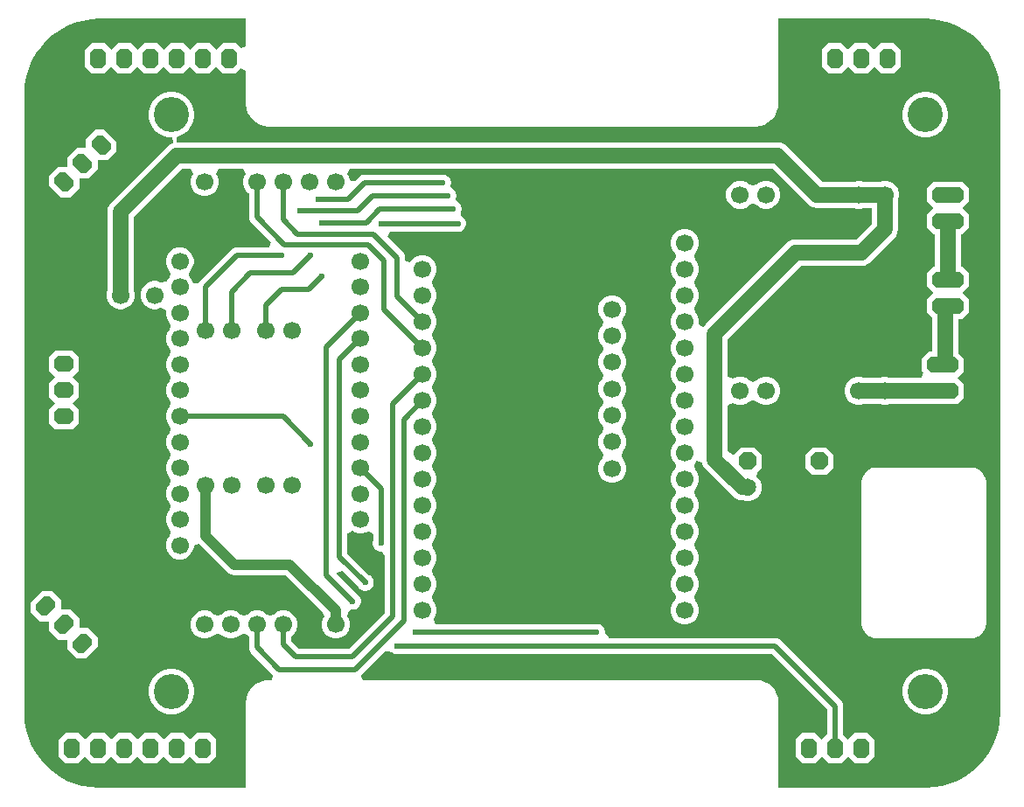
<source format=gbl>
G04*
G04 #@! TF.GenerationSoftware,Altium Limited,Altium Designer,23.8.1 (32)*
G04*
G04 Layer_Physical_Order=2*
G04 Layer_Color=16711680*
%FSLAX25Y25*%
%MOIN*%
G70*
G04*
G04 #@! TF.SameCoordinates,219BC79F-92E0-4BE4-9349-49C4CE8B2FF6*
G04*
G04*
G04 #@! TF.FilePolarity,Positive*
G04*
G01*
G75*
%ADD15C,0.02000*%
%ADD37C,0.04000*%
%ADD38C,0.06000*%
G04:AMPARAMS|DCode=39|XSize=120mil|YSize=60mil|CornerRadius=0mil|HoleSize=0mil|Usage=FLASHONLY|Rotation=180.000|XOffset=0mil|YOffset=0mil|HoleType=Round|Shape=Octagon|*
%AMOCTAGOND39*
4,1,8,-0.06000,0.01500,-0.06000,-0.01500,-0.04500,-0.03000,0.04500,-0.03000,0.06000,-0.01500,0.06000,0.01500,0.04500,0.03000,-0.04500,0.03000,-0.06000,0.01500,0.0*
%
%ADD39OCTAGOND39*%

G04:AMPARAMS|DCode=40|XSize=75mil|YSize=60mil|CornerRadius=0mil|HoleSize=0mil|Usage=FLASHONLY|Rotation=270.000|XOffset=0mil|YOffset=0mil|HoleType=Round|Shape=Octagon|*
%AMOCTAGOND40*
4,1,8,-0.01500,-0.03750,0.01500,-0.03750,0.03000,-0.02250,0.03000,0.02250,0.01500,0.03750,-0.01500,0.03750,-0.03000,0.02250,-0.03000,-0.02250,-0.01500,-0.03750,0.0*
%
%ADD40OCTAGOND40*%

%ADD41R,0.06693X0.06693*%
%ADD42C,0.06693*%
%ADD43C,0.13386*%
G04:AMPARAMS|DCode=44|XSize=75mil|YSize=60mil|CornerRadius=0mil|HoleSize=0mil|Usage=FLASHONLY|Rotation=135.000|XOffset=0mil|YOffset=0mil|HoleType=Round|Shape=Octagon|*
%AMOCTAGOND44*
4,1,8,-0.01591,0.03712,-0.03712,0.01591,-0.03712,-0.00530,-0.00530,-0.03712,0.01591,-0.03712,0.03712,-0.01591,0.03712,0.00530,0.00530,0.03712,-0.01591,0.03712,0.0*
%
%ADD44OCTAGOND44*%

G04:AMPARAMS|DCode=45|XSize=75mil|YSize=60mil|CornerRadius=0mil|HoleSize=0mil|Usage=FLASHONLY|Rotation=180.000|XOffset=0mil|YOffset=0mil|HoleType=Round|Shape=Octagon|*
%AMOCTAGOND45*
4,1,8,-0.03750,0.01500,-0.03750,-0.01500,-0.02250,-0.03000,0.02250,-0.03000,0.03750,-0.01500,0.03750,0.01500,0.02250,0.03000,-0.02250,0.03000,-0.03750,0.01500,0.0*
%
%ADD45OCTAGOND45*%

G04:AMPARAMS|DCode=46|XSize=75mil|YSize=60mil|CornerRadius=0mil|HoleSize=0mil|Usage=FLASHONLY|Rotation=225.000|XOffset=0mil|YOffset=0mil|HoleType=Round|Shape=Octagon|*
%AMOCTAGOND46*
4,1,8,-0.03712,-0.01591,-0.01591,-0.03712,0.00530,-0.03712,0.03712,-0.00530,0.03712,0.01591,0.01591,0.03712,-0.00530,0.03712,-0.03712,0.00530,-0.03712,-0.01591,0.0*
%
%ADD46OCTAGOND46*%

G04:AMPARAMS|DCode=47|XSize=65mil|YSize=65mil|CornerRadius=0mil|HoleSize=0mil|Usage=FLASHONLY|Rotation=90.000|XOffset=0mil|YOffset=0mil|HoleType=Round|Shape=Octagon|*
%AMOCTAGOND47*
4,1,8,0.01625,0.03250,-0.01625,0.03250,-0.03250,0.01625,-0.03250,-0.01625,-0.01625,-0.03250,0.01625,-0.03250,0.03250,-0.01625,0.03250,0.01625,0.01625,0.03250,0.0*
%
%ADD47OCTAGOND47*%

%ADD48C,0.06500*%
%ADD49C,0.02362*%
G36*
X656521Y432902D02*
X659670Y432367D01*
X662741Y431483D01*
X665692Y430260D01*
X668489Y428715D01*
X671095Y426866D01*
X673477Y424737D01*
X675606Y422354D01*
X677455Y419749D01*
X679000Y416952D01*
X680223Y414001D01*
X681107Y410930D01*
X681642Y407781D01*
X681815Y404701D01*
X681801Y404591D01*
Y168370D01*
X681815Y168260D01*
X681642Y165180D01*
X681107Y162030D01*
X680223Y158960D01*
X679000Y156008D01*
X677455Y153212D01*
X675606Y150606D01*
X673477Y148224D01*
X671095Y146095D01*
X668489Y144246D01*
X665692Y142701D01*
X662741Y141478D01*
X659670Y140594D01*
X656521Y140058D01*
X653441Y139885D01*
X653331Y139900D01*
X597301D01*
Y172307D01*
X597318D01*
X597150Y174011D01*
X597087Y174218D01*
X596653Y175650D01*
X595846Y177160D01*
X594759Y178484D01*
X593436Y179570D01*
X591925Y180377D01*
X590494Y180811D01*
X590287Y180874D01*
X588583Y181042D01*
Y181026D01*
X439034D01*
X438383Y182361D01*
X438305Y183026D01*
X447274Y191995D01*
X448505Y192024D01*
X449804Y191697D01*
X450047Y191455D01*
X450772Y191036D01*
X451581Y190819D01*
X452419D01*
X452998Y190974D01*
X594747D01*
X615974Y169747D01*
Y160421D01*
X613803Y158250D01*
X611303Y160750D01*
X606303D01*
X603803Y158250D01*
Y151750D01*
X606303Y149250D01*
X611303D01*
X613803Y151750D01*
X616303Y149250D01*
X621303D01*
X623803Y151750D01*
X626303Y149250D01*
X631303D01*
X633803Y151750D01*
Y158250D01*
X631303Y160750D01*
X626303D01*
X623803Y158250D01*
X622026Y160027D01*
Y171000D01*
X621923Y171783D01*
X621621Y172513D01*
X621140Y173140D01*
X598140Y196140D01*
X597513Y196621D01*
X596783Y196923D01*
X596000Y197026D01*
X532706D01*
X532488Y197142D01*
X531181Y198762D01*
Y199600D01*
X530964Y200409D01*
X530546Y201134D01*
X529953Y201727D01*
X529228Y202145D01*
X528419Y202362D01*
X527581D01*
X527002Y202207D01*
X466712D01*
X465883Y204207D01*
X465957Y204280D01*
X466660Y205499D01*
X467025Y206859D01*
Y208267D01*
X466660Y209627D01*
X465957Y210846D01*
X465510Y211292D01*
X465160Y212563D01*
X465510Y213834D01*
X465957Y214280D01*
X466660Y215499D01*
X467025Y216859D01*
Y218267D01*
X466660Y219627D01*
X465957Y220846D01*
X465510Y221292D01*
X465160Y222563D01*
X465510Y223834D01*
X465957Y224280D01*
X466660Y225499D01*
X467025Y226859D01*
Y228267D01*
X466660Y229627D01*
X465957Y230846D01*
X465510Y231292D01*
X465160Y232563D01*
X465510Y233834D01*
X465957Y234280D01*
X466660Y235499D01*
X467025Y236859D01*
Y238267D01*
X466660Y239627D01*
X465957Y240846D01*
X465510Y241292D01*
X465160Y242563D01*
X465510Y243834D01*
X465957Y244280D01*
X466660Y245499D01*
X467025Y246859D01*
Y248267D01*
X466660Y249627D01*
X465957Y250846D01*
X465510Y251292D01*
X465160Y252563D01*
X465510Y253834D01*
X465957Y254280D01*
X466660Y255499D01*
X467025Y256859D01*
Y258267D01*
X466660Y259627D01*
X465957Y260846D01*
X465510Y261292D01*
X465160Y262563D01*
X465510Y263834D01*
X465957Y264280D01*
X466660Y265499D01*
X467025Y266859D01*
Y268267D01*
X466660Y269627D01*
X465957Y270846D01*
X465510Y271292D01*
X465160Y272563D01*
X465510Y273834D01*
X465957Y274280D01*
X466660Y275499D01*
X467025Y276859D01*
Y278267D01*
X466660Y279627D01*
X465957Y280846D01*
X465510Y281292D01*
X465160Y282563D01*
X465510Y283834D01*
X465957Y284280D01*
X466660Y285499D01*
X467025Y286859D01*
Y288267D01*
X466660Y289627D01*
X465957Y290846D01*
X465510Y291292D01*
X465160Y292563D01*
X465510Y293834D01*
X465957Y294280D01*
X466660Y295499D01*
X467025Y296859D01*
Y298267D01*
X466660Y299627D01*
X465957Y300846D01*
X465510Y301292D01*
X465160Y302563D01*
X465510Y303834D01*
X465957Y304280D01*
X466660Y305499D01*
X467025Y306859D01*
Y308267D01*
X466660Y309627D01*
X465957Y310846D01*
X465510Y311292D01*
X465160Y312563D01*
X465510Y313834D01*
X465957Y314280D01*
X466660Y315499D01*
X467025Y316859D01*
Y318267D01*
X466660Y319627D01*
X465957Y320846D01*
X465510Y321292D01*
X465160Y322563D01*
X465510Y323834D01*
X465957Y324280D01*
X466660Y325499D01*
X467025Y326859D01*
Y328267D01*
X466660Y329627D01*
X465957Y330846D01*
X465510Y331292D01*
X465160Y332563D01*
X465510Y333834D01*
X465957Y334280D01*
X466660Y335499D01*
X467025Y336859D01*
Y338267D01*
X466660Y339627D01*
X465957Y340846D01*
X464961Y341841D01*
X463742Y342545D01*
X462382Y342909D01*
X460975D01*
X459615Y342545D01*
X458396Y341841D01*
X457400Y340846D01*
X457026Y340198D01*
X455026Y340734D01*
Y342000D01*
X455026Y342000D01*
X454974Y342392D01*
X454923Y342783D01*
X454621Y343513D01*
X454140Y344140D01*
X448305Y349974D01*
X449134Y351974D01*
X474102D01*
X474681Y351819D01*
X475519D01*
X476328Y352036D01*
X477053Y352454D01*
X477645Y353047D01*
X478064Y353772D01*
X478281Y354581D01*
Y355419D01*
X478064Y356228D01*
X477645Y356953D01*
X477053Y357545D01*
X476319Y358155D01*
X476264Y359272D01*
X476481Y360081D01*
Y360919D01*
X476264Y361728D01*
X475845Y362453D01*
X475253Y363046D01*
X474264Y364272D01*
X474481Y365081D01*
Y365919D01*
X474264Y366728D01*
X473845Y367453D01*
X473253Y368045D01*
X472264Y369272D01*
X472481Y370081D01*
Y370919D01*
X472264Y371728D01*
X471845Y372453D01*
X471253Y373045D01*
X470528Y373464D01*
X469719Y373681D01*
X468881D01*
X468302Y373526D01*
X439500D01*
X438717Y373423D01*
X437987Y373120D01*
X437360Y372640D01*
X437360Y372640D01*
X435839Y371118D01*
X434705Y371369D01*
X433757Y371865D01*
X433474Y372921D01*
X432876Y373957D01*
X433088Y374711D01*
X433782Y375957D01*
X594911D01*
X608434Y362434D01*
X609478Y361632D01*
X610695Y361129D01*
X612000Y360957D01*
X626164D01*
X627296Y360653D01*
X628704D01*
X629836Y360957D01*
X632799D01*
Y354931D01*
X626776Y348908D01*
X603865D01*
X602560Y348736D01*
X601343Y348232D01*
X600299Y347431D01*
X569434Y316566D01*
X568633Y315522D01*
X566903Y316405D01*
X567025Y316859D01*
Y318267D01*
X566660Y319627D01*
X565957Y320846D01*
X565510Y321292D01*
X565160Y322563D01*
X565510Y323834D01*
X565957Y324280D01*
X566660Y325499D01*
X567025Y326859D01*
Y328267D01*
X566660Y329627D01*
X565957Y330846D01*
X565510Y331292D01*
X565160Y332563D01*
X565510Y333834D01*
X565957Y334280D01*
X566660Y335499D01*
X567025Y336859D01*
Y338267D01*
X566660Y339627D01*
X565957Y340846D01*
X565510Y341292D01*
X565160Y342563D01*
X565510Y343834D01*
X565957Y344280D01*
X566660Y345499D01*
X567025Y346859D01*
Y348267D01*
X566660Y349627D01*
X565957Y350846D01*
X564961Y351841D01*
X563742Y352545D01*
X562382Y352909D01*
X560975D01*
X559615Y352545D01*
X558396Y351841D01*
X557400Y350846D01*
X556696Y349627D01*
X556332Y348267D01*
Y346859D01*
X556696Y345499D01*
X557400Y344280D01*
X557847Y343834D01*
X558197Y342563D01*
X557847Y341292D01*
X557400Y340846D01*
X556696Y339627D01*
X556332Y338267D01*
Y336859D01*
X556696Y335499D01*
X557400Y334280D01*
X557847Y333834D01*
X558197Y332563D01*
X557847Y331292D01*
X557400Y330846D01*
X556696Y329627D01*
X556332Y328267D01*
Y326859D01*
X556696Y325499D01*
X557400Y324280D01*
X557847Y323834D01*
X558197Y322563D01*
X557847Y321292D01*
X557400Y320846D01*
X556696Y319627D01*
X556332Y318267D01*
Y316859D01*
X556696Y315499D01*
X557400Y314280D01*
X557847Y313834D01*
X558197Y312563D01*
X557847Y311292D01*
X557400Y310846D01*
X556696Y309627D01*
X556332Y308267D01*
Y306859D01*
X556696Y305499D01*
X557400Y304280D01*
X557847Y303834D01*
X558197Y302563D01*
X557847Y301292D01*
X557400Y300846D01*
X556696Y299627D01*
X556332Y298267D01*
Y296859D01*
X556696Y295499D01*
X557400Y294280D01*
X557847Y293834D01*
X558197Y292563D01*
X557847Y291292D01*
X557400Y290846D01*
X556696Y289627D01*
X556332Y288267D01*
Y286859D01*
X556696Y285499D01*
X557400Y284280D01*
X557847Y283834D01*
X558197Y282563D01*
X557847Y281292D01*
X557400Y280846D01*
X556696Y279627D01*
X556332Y278267D01*
Y276859D01*
X556696Y275499D01*
X557400Y274280D01*
X557847Y273834D01*
X558197Y272563D01*
X557847Y271292D01*
X557400Y270846D01*
X556696Y269627D01*
X556332Y268267D01*
Y266859D01*
X556696Y265499D01*
X557400Y264280D01*
X557847Y263834D01*
X558197Y262563D01*
X557847Y261292D01*
X557400Y260846D01*
X556696Y259627D01*
X556332Y258267D01*
Y256859D01*
X556696Y255499D01*
X557400Y254280D01*
X557847Y253834D01*
X558197Y252563D01*
X557847Y251292D01*
X557400Y250846D01*
X556696Y249627D01*
X556332Y248267D01*
Y246859D01*
X556696Y245499D01*
X557400Y244280D01*
X557847Y243834D01*
X558197Y242563D01*
X557847Y241292D01*
X557400Y240846D01*
X556696Y239627D01*
X556332Y238267D01*
Y236859D01*
X556696Y235499D01*
X557400Y234280D01*
X557847Y233834D01*
X558197Y232563D01*
X557847Y231292D01*
X557400Y230846D01*
X556696Y229627D01*
X556332Y228267D01*
Y226859D01*
X556696Y225499D01*
X557400Y224280D01*
X557847Y223834D01*
X558197Y222563D01*
X557847Y221292D01*
X557400Y220846D01*
X556696Y219627D01*
X556332Y218267D01*
Y216859D01*
X556696Y215499D01*
X557400Y214280D01*
X557847Y213834D01*
X558197Y212563D01*
X557847Y211292D01*
X557400Y210846D01*
X556696Y209627D01*
X556332Y208267D01*
Y206859D01*
X556696Y205499D01*
X557400Y204280D01*
X558396Y203285D01*
X559615Y202581D01*
X560975Y202217D01*
X562382D01*
X563742Y202581D01*
X564961Y203285D01*
X565957Y204280D01*
X566660Y205499D01*
X567025Y206859D01*
Y208267D01*
X566660Y209627D01*
X565957Y210846D01*
X565510Y211292D01*
X565160Y212563D01*
X565510Y213834D01*
X565957Y214280D01*
X566660Y215499D01*
X567025Y216859D01*
Y218267D01*
X566660Y219627D01*
X565957Y220846D01*
X565510Y221292D01*
X565160Y222563D01*
X565510Y223834D01*
X565957Y224280D01*
X566660Y225499D01*
X567025Y226859D01*
Y228267D01*
X566660Y229627D01*
X565957Y230846D01*
X565510Y231292D01*
X565160Y232563D01*
X565510Y233834D01*
X565957Y234280D01*
X566660Y235499D01*
X567025Y236859D01*
Y238267D01*
X566660Y239627D01*
X565957Y240846D01*
X565510Y241292D01*
X565160Y242563D01*
X565510Y243834D01*
X565957Y244280D01*
X566660Y245499D01*
X567025Y246859D01*
Y248267D01*
X566660Y249627D01*
X565957Y250846D01*
X565510Y251292D01*
X565160Y252563D01*
X565510Y253834D01*
X565957Y254280D01*
X566660Y255499D01*
X567025Y256859D01*
Y258267D01*
X566660Y259627D01*
X565957Y260846D01*
X565510Y261292D01*
X565160Y262563D01*
X565510Y263834D01*
X565957Y264280D01*
X566021Y264392D01*
X568093Y263980D01*
X568129Y263708D01*
X568633Y262492D01*
X569434Y261448D01*
X579954Y250927D01*
X580999Y250126D01*
X582215Y249622D01*
X583521Y249450D01*
X583521Y249450D01*
X583742D01*
X584871Y249148D01*
X586253D01*
X587589Y249505D01*
X588786Y250197D01*
X589763Y251174D01*
X590454Y252371D01*
X590812Y253706D01*
Y255089D01*
X590454Y256424D01*
X589763Y257621D01*
X588786Y258599D01*
X589522Y260483D01*
X590812Y261773D01*
Y267023D01*
X588187Y269648D01*
X582937D01*
X580312Y267023D01*
X579947Y266872D01*
X578043Y268248D01*
Y285498D01*
X578400Y285860D01*
X580043Y286571D01*
X580661Y286215D01*
X582021Y285850D01*
X583428D01*
X584788Y286215D01*
X586007Y286919D01*
X586354Y287265D01*
X587646Y287698D01*
X588938Y287265D01*
X589284Y286919D01*
X590503Y286215D01*
X591863Y285850D01*
X593271D01*
X594631Y286215D01*
X595850Y286919D01*
X596845Y287914D01*
X597549Y289133D01*
X597913Y290493D01*
Y291901D01*
X597549Y293261D01*
X596845Y294480D01*
X595850Y295475D01*
X594631Y296179D01*
X593271Y296543D01*
X591863D01*
X590503Y296179D01*
X589284Y295475D01*
X588938Y295128D01*
X587646Y294695D01*
X586354Y295128D01*
X586007Y295475D01*
X584788Y296179D01*
X583428Y296543D01*
X582021D01*
X580661Y296179D01*
X580043Y295822D01*
X578400Y296533D01*
X578043Y296896D01*
Y310911D01*
X605954Y338822D01*
X628865D01*
X630170Y338994D01*
X631386Y339497D01*
X632431Y340299D01*
X641409Y349276D01*
X642210Y350321D01*
X642714Y351537D01*
X642886Y352842D01*
Y364164D01*
X643189Y365296D01*
Y366704D01*
X642825Y368064D01*
X642121Y369283D01*
X641125Y370278D01*
X639906Y370982D01*
X638546Y371346D01*
X637139D01*
X636007Y371043D01*
X629836D01*
X628704Y371346D01*
X627296D01*
X626164Y371043D01*
X614089D01*
X600566Y384566D01*
X599522Y385367D01*
X598305Y385871D01*
X597000Y386043D01*
X368632D01*
X368000Y386043D01*
X367776Y388016D01*
X368465Y388153D01*
X370047Y388808D01*
X371470Y389760D01*
X372681Y390970D01*
X373633Y392394D01*
X374288Y393976D01*
X374622Y395656D01*
Y397368D01*
X374288Y399047D01*
X373633Y400629D01*
X372681Y402053D01*
X371470Y403264D01*
X370047Y404215D01*
X368465Y404871D01*
X366785Y405205D01*
X365073D01*
X363393Y404871D01*
X361811Y404215D01*
X360388Y403264D01*
X359177Y402053D01*
X358226Y400629D01*
X357570Y399047D01*
X357236Y397368D01*
Y395656D01*
X357570Y393976D01*
X358226Y392394D01*
X359177Y390970D01*
X360388Y389760D01*
X361811Y388808D01*
X363393Y388153D01*
X365073Y387819D01*
X366372Y387819D01*
X366695Y385871D01*
X366116Y385631D01*
X365478Y385367D01*
X364434Y384566D01*
X342914Y363046D01*
X342113Y362002D01*
X341609Y360786D01*
X341437Y359480D01*
Y329542D01*
X341134Y328411D01*
Y327003D01*
X341498Y325643D01*
X342202Y324424D01*
X343197Y323429D01*
X344417Y322725D01*
X345776Y322360D01*
X347184D01*
X348544Y322725D01*
X349763Y323429D01*
X350759Y324424D01*
X351462Y325643D01*
X351827Y327003D01*
Y328411D01*
X351523Y329542D01*
Y357391D01*
X370089Y375957D01*
X373202D01*
X373896Y374711D01*
X374108Y373957D01*
X373510Y372921D01*
X373146Y371562D01*
Y370154D01*
X373510Y368794D01*
X374214Y367575D01*
X375209Y366579D01*
X376429Y365876D01*
X377788Y365511D01*
X379196D01*
X380556Y365876D01*
X381775Y366579D01*
X382770Y367575D01*
X383474Y368794D01*
X383839Y370154D01*
Y371562D01*
X383474Y372921D01*
X382876Y373957D01*
X383088Y374711D01*
X383782Y375957D01*
X393202D01*
X393896Y374711D01*
X394108Y373957D01*
X393510Y372921D01*
X393146Y371562D01*
Y370154D01*
X393510Y368794D01*
X394214Y367575D01*
X395209Y366579D01*
X395466Y366431D01*
Y357508D01*
X395569Y356725D01*
X395872Y355995D01*
X396353Y355368D01*
X403895Y347826D01*
X403129Y345978D01*
X390952D01*
X390169Y345875D01*
X389439Y345573D01*
X388813Y345092D01*
X376860Y333140D01*
X376379Y332513D01*
X376296Y332311D01*
X374229Y332294D01*
X374084Y332835D01*
X373381Y334054D01*
X373034Y334401D01*
X372601Y335693D01*
X373034Y336985D01*
X373381Y337331D01*
X374084Y338550D01*
X374449Y339910D01*
Y341318D01*
X374084Y342678D01*
X373381Y343897D01*
X372385Y344892D01*
X371166Y345596D01*
X369806Y345961D01*
X368398D01*
X367039Y345596D01*
X365820Y344892D01*
X364824Y343897D01*
X364120Y342678D01*
X363756Y341318D01*
Y339910D01*
X364120Y338550D01*
X364824Y337331D01*
X365171Y336985D01*
X365604Y335693D01*
X365171Y334401D01*
X364824Y334054D01*
X364345Y333224D01*
X363766Y332773D01*
X361947Y332452D01*
X361536Y332689D01*
X360176Y333053D01*
X358769D01*
X357409Y332689D01*
X356190Y331985D01*
X355194Y330990D01*
X354490Y329770D01*
X354126Y328411D01*
Y327003D01*
X354490Y325643D01*
X355194Y324424D01*
X356190Y323429D01*
X357409Y322725D01*
X358769Y322360D01*
X360176D01*
X361536Y322725D01*
X362059Y323026D01*
X363782Y321732D01*
X363756Y321633D01*
Y320225D01*
X364120Y318865D01*
X364824Y317646D01*
X365171Y317300D01*
X365604Y316008D01*
X365171Y314716D01*
X364824Y314369D01*
X364120Y313150D01*
X363756Y311790D01*
Y310383D01*
X364120Y309023D01*
X364824Y307804D01*
X365171Y307457D01*
X365604Y306165D01*
X365171Y304874D01*
X364824Y304527D01*
X364120Y303308D01*
X363756Y301948D01*
Y300540D01*
X364120Y299181D01*
X364824Y297961D01*
X365171Y297615D01*
X365604Y296323D01*
X365171Y295031D01*
X364824Y294684D01*
X364120Y293465D01*
X363756Y292106D01*
Y290698D01*
X364120Y289338D01*
X364824Y288119D01*
X365171Y287772D01*
X365604Y286480D01*
X365171Y285189D01*
X364824Y284842D01*
X364120Y283623D01*
X363756Y282263D01*
Y280855D01*
X364120Y279495D01*
X364824Y278276D01*
X365171Y277930D01*
X365604Y276638D01*
X365171Y275346D01*
X364824Y274999D01*
X364120Y273780D01*
X363756Y272420D01*
Y271013D01*
X364120Y269653D01*
X364824Y268434D01*
X365171Y268087D01*
X365604Y266795D01*
X365171Y265504D01*
X364824Y265157D01*
X364120Y263938D01*
X363756Y262578D01*
Y261170D01*
X364120Y259810D01*
X364824Y258591D01*
X365171Y258245D01*
X365604Y256953D01*
X365171Y255661D01*
X364824Y255314D01*
X364120Y254095D01*
X363756Y252735D01*
Y251328D01*
X364120Y249968D01*
X364824Y248749D01*
X365171Y248402D01*
X365604Y247110D01*
X365171Y245818D01*
X364824Y245472D01*
X364120Y244253D01*
X363756Y242893D01*
Y241485D01*
X364120Y240125D01*
X364824Y238906D01*
X365171Y238560D01*
X365604Y237268D01*
X365171Y235976D01*
X364824Y235629D01*
X364120Y234410D01*
X363756Y233050D01*
Y231643D01*
X364120Y230283D01*
X364824Y229064D01*
X365820Y228068D01*
X367039Y227364D01*
X368398Y227000D01*
X369806D01*
X371166Y227364D01*
X372385Y228068D01*
X373381Y229064D01*
X374084Y230283D01*
X374449Y231643D01*
Y232075D01*
X375271Y232594D01*
X376449Y232845D01*
X387147Y222147D01*
X387983Y221506D01*
X388956Y221103D01*
X390000Y220966D01*
X390000Y220966D01*
X409329D01*
X423190Y207104D01*
X424214Y205386D01*
X423510Y204167D01*
X423146Y202807D01*
Y201399D01*
X423510Y200039D01*
X424214Y198820D01*
X425209Y197825D01*
X426429Y197121D01*
X427788Y196756D01*
X429196D01*
X430556Y197121D01*
X431775Y197825D01*
X432770Y198820D01*
X433474Y200039D01*
X433839Y201399D01*
Y202807D01*
X433474Y204167D01*
X432770Y205386D01*
X433431Y207255D01*
X434263Y207801D01*
X434500Y207841D01*
X434581Y207819D01*
X435419D01*
X436228Y208036D01*
X436953Y208454D01*
X437545Y209047D01*
X437964Y209772D01*
X438181Y210581D01*
Y211419D01*
X437964Y212228D01*
X437545Y212953D01*
X436953Y213545D01*
X436434Y213845D01*
X428971Y221308D01*
X429073Y221820D01*
X431243Y222478D01*
X436974Y216747D01*
X437273Y216228D01*
X437866Y215636D01*
X438591Y215217D01*
X439400Y215000D01*
X440238D01*
X441047Y215217D01*
X441772Y215636D01*
X442364Y216228D01*
X442783Y216953D01*
X443000Y217762D01*
Y218600D01*
X442783Y219409D01*
X442364Y220134D01*
X441772Y220727D01*
X441253Y221026D01*
X433026Y229253D01*
Y236774D01*
X433911Y237369D01*
X435026Y237733D01*
X435936Y237207D01*
X437296Y236843D01*
X438704D01*
X440064Y237207D01*
X440874Y237675D01*
X442209Y237191D01*
X442874Y236674D01*
Y234198D01*
X442719Y233619D01*
Y232781D01*
X442936Y231972D01*
X443355Y231247D01*
X443947Y230655D01*
X444672Y230236D01*
X445481Y230019D01*
X446319D01*
X447174Y228177D01*
Y206453D01*
X433503Y192782D01*
X414497D01*
X411518Y195761D01*
Y197676D01*
X411775Y197825D01*
X412770Y198820D01*
X413474Y200039D01*
X413839Y201399D01*
Y202807D01*
X413474Y204167D01*
X412770Y205386D01*
X411775Y206381D01*
X410556Y207085D01*
X409196Y207449D01*
X407788D01*
X406428Y207085D01*
X405209Y206381D01*
X404763Y205935D01*
X403492Y205585D01*
X402221Y205935D01*
X401775Y206381D01*
X400556Y207085D01*
X399196Y207449D01*
X397788D01*
X396428Y207085D01*
X395209Y206381D01*
X394763Y205935D01*
X393492Y205585D01*
X392221Y205935D01*
X391775Y206381D01*
X390556Y207085D01*
X389196Y207449D01*
X387788D01*
X386428Y207085D01*
X385209Y206381D01*
X384763Y205935D01*
X383492Y205585D01*
X382221Y205935D01*
X381775Y206381D01*
X380556Y207085D01*
X379196Y207449D01*
X377788D01*
X376429Y207085D01*
X375209Y206381D01*
X374214Y205386D01*
X373510Y204167D01*
X373146Y202807D01*
Y201399D01*
X373510Y200039D01*
X374214Y198820D01*
X375209Y197825D01*
X376429Y197121D01*
X377788Y196756D01*
X379196D01*
X380556Y197121D01*
X381775Y197825D01*
X382221Y198271D01*
X383492Y198621D01*
X384763Y198271D01*
X385209Y197825D01*
X386428Y197121D01*
X387788Y196756D01*
X389196D01*
X390556Y197121D01*
X391775Y197825D01*
X392221Y198271D01*
X393492Y198621D01*
X394763Y198271D01*
X395209Y197825D01*
X395466Y197676D01*
Y193508D01*
X395569Y192725D01*
X395872Y191995D01*
X396353Y191368D01*
X404695Y183026D01*
X404608Y182281D01*
X404207Y181362D01*
X403966Y181026D01*
X403459D01*
X403268Y181045D01*
X401534Y180874D01*
X399867Y180368D01*
X398330Y179547D01*
X396984Y178442D01*
X395878Y177095D01*
X395057Y175558D01*
X394672Y174290D01*
X394551Y173891D01*
X394403Y172385D01*
X394399Y172307D01*
Y139900D01*
X338370D01*
X338260Y139885D01*
X335180Y140058D01*
X332030Y140594D01*
X328960Y141478D01*
X326008Y142701D01*
X323212Y144246D01*
X320606Y146095D01*
X318224Y148224D01*
X316095Y150606D01*
X314246Y153212D01*
X312701Y156008D01*
X311478Y158960D01*
X310594Y162030D01*
X310058Y165180D01*
X309885Y168260D01*
X309900Y168370D01*
Y404591D01*
X309885Y404701D01*
X310058Y407781D01*
X310594Y410930D01*
X311478Y414001D01*
X312701Y416952D01*
X314246Y419749D01*
X316095Y422354D01*
X318224Y424737D01*
X320606Y426866D01*
X323212Y428715D01*
X326008Y430260D01*
X328960Y431483D01*
X332030Y432367D01*
X335180Y432902D01*
X338260Y433075D01*
X338370Y433061D01*
X394399D01*
Y422679D01*
X392399Y421851D01*
X390500Y423750D01*
X385500D01*
X383000Y421250D01*
X380500Y423750D01*
X375500D01*
X373000Y421250D01*
X370500Y423750D01*
X365500D01*
X363000Y421250D01*
X360500Y423750D01*
X355500D01*
X353000Y421250D01*
X350500Y423750D01*
X345500D01*
X343000Y421250D01*
X340500Y423750D01*
X335500D01*
X333000Y421250D01*
Y414750D01*
X335500Y412250D01*
X340500D01*
X343000Y414750D01*
X345500Y412250D01*
X350500D01*
X353000Y414750D01*
X355500Y412250D01*
X360500D01*
X363000Y414750D01*
X365500Y412250D01*
X370500D01*
X373000Y414750D01*
X375500Y412250D01*
X380500D01*
X383000Y414750D01*
X385500Y412250D01*
X390500D01*
X392399Y414149D01*
X394399Y413321D01*
Y400654D01*
X394383D01*
X394550Y398957D01*
X394615Y398743D01*
X395045Y397326D01*
X395849Y395823D01*
X396930Y394505D01*
X398248Y393424D01*
X399751Y392620D01*
X401168Y392190D01*
X401382Y392125D01*
X403079Y391958D01*
Y391974D01*
X588283D01*
X588473Y391955D01*
X590199Y392126D01*
X591858Y392629D01*
X593388Y393447D01*
X594729Y394547D01*
X595829Y395888D01*
X596647Y397417D01*
X597027Y398671D01*
X597150Y399077D01*
X597298Y400576D01*
X597301Y400654D01*
Y433061D01*
X653331D01*
X653441Y433075D01*
X656521Y432902D01*
D02*
G37*
%LPC*%
G36*
X641303Y423750D02*
X636303D01*
X633803Y421250D01*
X631303Y423750D01*
X626303D01*
X623803Y421250D01*
X621303Y423750D01*
X616303D01*
X613803Y421250D01*
Y414750D01*
X616303Y412250D01*
X621303D01*
X623803Y414750D01*
X626303Y412250D01*
X631303D01*
X633803Y414750D01*
X636303Y412250D01*
X641303D01*
X643803Y414750D01*
Y421250D01*
X641303Y423750D01*
D02*
G37*
G36*
X654187Y405205D02*
X652474D01*
X650795Y404871D01*
X649213Y404215D01*
X647789Y403264D01*
X646579Y402053D01*
X645627Y400629D01*
X644972Y399047D01*
X644638Y397368D01*
Y395656D01*
X644972Y393976D01*
X645627Y392394D01*
X646579Y390970D01*
X647789Y389760D01*
X649213Y388808D01*
X650795Y388153D01*
X652474Y387819D01*
X654187D01*
X655866Y388153D01*
X657448Y388808D01*
X658872Y389760D01*
X660083Y390970D01*
X661034Y392394D01*
X661690Y393976D01*
X662024Y395656D01*
Y397368D01*
X661690Y399047D01*
X661034Y400629D01*
X660083Y402053D01*
X658872Y403264D01*
X657448Y404215D01*
X655866Y404871D01*
X654187Y405205D01*
D02*
G37*
G36*
X593271Y371346D02*
X591863D01*
X590503Y370982D01*
X589284Y370278D01*
X588938Y369932D01*
X587646Y369498D01*
X586354Y369932D01*
X586007Y370278D01*
X584788Y370982D01*
X583428Y371346D01*
X582021D01*
X580661Y370982D01*
X579442Y370278D01*
X578446Y369283D01*
X577742Y368064D01*
X577378Y366704D01*
Y365296D01*
X577742Y363936D01*
X578446Y362717D01*
X579442Y361722D01*
X580661Y361018D01*
X582021Y360653D01*
X583428D01*
X584788Y361018D01*
X586007Y361722D01*
X586354Y362068D01*
X587646Y362502D01*
X588938Y362068D01*
X589284Y361722D01*
X590503Y361018D01*
X591863Y360653D01*
X593271D01*
X594631Y361018D01*
X595850Y361722D01*
X596845Y362717D01*
X597549Y363936D01*
X597913Y365296D01*
Y366704D01*
X597549Y368064D01*
X596845Y369283D01*
X595850Y370278D01*
X594631Y370982D01*
X593271Y371346D01*
D02*
G37*
G36*
X340380Y390833D02*
X336844D01*
X333309Y387298D01*
Y383762D01*
X329773D01*
X326237Y380227D01*
Y376691D01*
X322702D01*
X319166Y373156D01*
Y369620D01*
X323763Y365024D01*
X327298D01*
X330834Y368560D01*
Y372095D01*
X334369D01*
X337905Y375631D01*
Y379166D01*
X341440D01*
X344976Y382702D01*
Y386237D01*
X340380Y390833D01*
D02*
G37*
G36*
X667500Y371000D02*
X656500D01*
X654000Y368500D01*
Y363500D01*
X656500Y361000D01*
X654000Y358500D01*
Y353500D01*
X656500Y351000D01*
X656957D01*
Y338598D01*
X656500D01*
X654000Y336098D01*
Y331098D01*
X656500Y328598D01*
X654000Y326098D01*
Y321098D01*
X655957Y319142D01*
Y306197D01*
X654500D01*
X652000Y303697D01*
Y298697D01*
X652609Y298088D01*
X651844Y296240D01*
X639678D01*
X638546Y296543D01*
X637139D01*
X636007Y296240D01*
X629836D01*
X628704Y296543D01*
X627296D01*
X625936Y296179D01*
X624717Y295475D01*
X623722Y294480D01*
X623018Y293261D01*
X622653Y291901D01*
Y290493D01*
X623018Y289133D01*
X623722Y287914D01*
X624717Y286919D01*
X625936Y286215D01*
X627296Y285850D01*
X628704D01*
X629836Y286154D01*
X636007D01*
X637139Y285850D01*
X638546D01*
X639678Y286154D01*
X660000D01*
X660328Y286197D01*
X665500D01*
X668000Y288697D01*
Y293697D01*
X665500Y296197D01*
X668000Y298697D01*
Y303697D01*
X666043Y305654D01*
Y318598D01*
X667500D01*
X670000Y321098D01*
Y326098D01*
X667500Y328598D01*
X670000Y331098D01*
Y336098D01*
X667500Y338598D01*
X667043D01*
Y351000D01*
X667500D01*
X670000Y353500D01*
Y358500D01*
X667500Y361000D01*
X670000Y363500D01*
Y368500D01*
X667500Y371000D01*
D02*
G37*
G36*
X328250Y306480D02*
X321750D01*
X319250Y303980D01*
Y298980D01*
X321750Y296480D01*
X319250Y293980D01*
Y288980D01*
X321750Y286480D01*
X319250Y283980D01*
Y278980D01*
X321750Y276480D01*
X328250D01*
X330750Y278980D01*
Y283980D01*
X328250Y286480D01*
X330750Y288980D01*
Y293980D01*
X328250Y296480D01*
X330750Y298980D01*
Y303980D01*
X328250Y306480D01*
D02*
G37*
G36*
X615625Y269648D02*
X610375D01*
X607750Y267023D01*
Y261773D01*
X610375Y259148D01*
X615625D01*
X618250Y261773D01*
Y267023D01*
X615625Y269648D01*
D02*
G37*
G36*
X534704Y327718D02*
X533296D01*
X531936Y327353D01*
X530717Y326649D01*
X529722Y325654D01*
X529018Y324435D01*
X528653Y323075D01*
Y321667D01*
X529018Y320307D01*
X529722Y319088D01*
X530247Y318564D01*
X530536Y317309D01*
X530247Y316055D01*
X529722Y315530D01*
X529018Y314311D01*
X528653Y312951D01*
Y311544D01*
X529018Y310184D01*
X529722Y308965D01*
X530247Y308440D01*
X530536Y307186D01*
X530247Y305931D01*
X529722Y305406D01*
X529018Y304187D01*
X528653Y302828D01*
Y301420D01*
X529018Y300060D01*
X529722Y298841D01*
X530247Y298316D01*
X530536Y297062D01*
X530247Y295808D01*
X529722Y295283D01*
X529018Y294064D01*
X528653Y292704D01*
Y291296D01*
X529018Y289936D01*
X529722Y288717D01*
X530247Y288192D01*
X530536Y286938D01*
X530247Y285684D01*
X529722Y285159D01*
X529018Y283940D01*
X528653Y282580D01*
Y281172D01*
X529018Y279813D01*
X529722Y278593D01*
X530247Y278068D01*
X530536Y276814D01*
X530247Y275560D01*
X529722Y275035D01*
X529018Y273816D01*
X528653Y272456D01*
Y271049D01*
X529018Y269689D01*
X529722Y268470D01*
X530247Y267945D01*
X530536Y266691D01*
X530247Y265437D01*
X529722Y264912D01*
X529018Y263692D01*
X528653Y262333D01*
Y260925D01*
X529018Y259565D01*
X529722Y258346D01*
X530717Y257351D01*
X531936Y256647D01*
X533296Y256282D01*
X534704D01*
X536064Y256647D01*
X537283Y257351D01*
X538278Y258346D01*
X538982Y259565D01*
X539347Y260925D01*
Y262333D01*
X538982Y263692D01*
X538278Y264912D01*
X537753Y265437D01*
X537464Y266691D01*
X537753Y267945D01*
X538278Y268470D01*
X538982Y269689D01*
X539347Y271049D01*
Y272456D01*
X538982Y273816D01*
X538278Y275035D01*
X537753Y275560D01*
X537464Y276814D01*
X537753Y278068D01*
X538278Y278593D01*
X538982Y279813D01*
X539347Y281172D01*
Y282580D01*
X538982Y283940D01*
X538278Y285159D01*
X537753Y285684D01*
X537464Y286938D01*
X537753Y288192D01*
X538278Y288717D01*
X538982Y289936D01*
X539347Y291296D01*
Y292704D01*
X538982Y294064D01*
X538278Y295283D01*
X537753Y295808D01*
X537464Y297062D01*
X537753Y298316D01*
X538278Y298841D01*
X538982Y300060D01*
X539347Y301420D01*
Y302828D01*
X538982Y304187D01*
X538278Y305406D01*
X537753Y305931D01*
X537464Y307186D01*
X537753Y308440D01*
X538278Y308965D01*
X538982Y310184D01*
X539347Y311544D01*
Y312951D01*
X538982Y314311D01*
X538278Y315530D01*
X537753Y316055D01*
X537464Y317309D01*
X537753Y318564D01*
X538278Y319088D01*
X538982Y320307D01*
X539347Y321667D01*
Y323075D01*
X538982Y324435D01*
X538278Y325654D01*
X537283Y326649D01*
X536064Y327353D01*
X534704Y327718D01*
D02*
G37*
G36*
X670827Y262039D02*
X634606D01*
X634409Y262000D01*
X634208D01*
X633435Y261846D01*
X633250Y261769D01*
X633053Y261730D01*
X632325Y261429D01*
X632158Y261317D01*
X631972Y261240D01*
X631317Y260803D01*
X631175Y260661D01*
X631008Y260549D01*
X630451Y259992D01*
X630339Y259825D01*
X630197Y259683D01*
X629760Y259028D01*
X629683Y258842D01*
X629571Y258675D01*
X629270Y257947D01*
X629231Y257750D01*
X629154Y257565D01*
X629000Y256792D01*
Y256591D01*
X628961Y256394D01*
Y256000D01*
Y202850D01*
Y202456D01*
X629000Y202259D01*
Y202059D01*
X629154Y201286D01*
X629231Y201100D01*
X629270Y200903D01*
X629571Y200175D01*
X629683Y200008D01*
X629760Y199823D01*
X630197Y199168D01*
X630339Y199026D01*
X630451Y198859D01*
X631008Y198301D01*
X631175Y198190D01*
X631317Y198048D01*
X631972Y197610D01*
X632158Y197533D01*
X632325Y197422D01*
X633053Y197120D01*
X633250Y197081D01*
X633435Y197004D01*
X634208Y196850D01*
X634409D01*
X634606Y196811D01*
X670827D01*
X671024Y196850D01*
X671225D01*
X671998Y197004D01*
X672183Y197081D01*
X672380Y197120D01*
X673108Y197422D01*
X673275Y197533D01*
X673461Y197610D01*
X674116Y198048D01*
X674258Y198190D01*
X674425Y198301D01*
X674982Y198859D01*
X675094Y199026D01*
X675236Y199168D01*
X675673Y199823D01*
X675750Y200008D01*
X675862Y200175D01*
X676163Y200903D01*
X676202Y201100D01*
X676279Y201286D01*
X676433Y202059D01*
Y202259D01*
X676472Y202456D01*
Y202850D01*
Y256000D01*
Y256394D01*
X676433Y256591D01*
Y256792D01*
X676279Y257565D01*
X676202Y257750D01*
X676163Y257947D01*
X675862Y258675D01*
X675750Y258842D01*
X675673Y259028D01*
X675236Y259683D01*
X675094Y259825D01*
X674982Y259992D01*
X674425Y260549D01*
X674258Y260661D01*
X674116Y260803D01*
X673461Y261240D01*
X673275Y261317D01*
X673108Y261429D01*
X672380Y261730D01*
X672183Y261769D01*
X671998Y261846D01*
X671225Y262000D01*
X671024D01*
X670827Y262039D01*
D02*
G37*
G36*
X320227Y215008D02*
X316691D01*
X312095Y210412D01*
Y206876D01*
X315631Y203340D01*
X319166D01*
Y199805D01*
X322702Y196269D01*
X326237D01*
Y192734D01*
X329773Y189198D01*
X333309D01*
X337905Y193795D01*
Y197330D01*
X334369Y200866D01*
X330834D01*
Y204401D01*
X327298Y207937D01*
X323763D01*
Y211472D01*
X320227Y215008D01*
D02*
G37*
G36*
X654187Y185291D02*
X652474D01*
X650795Y184957D01*
X649213Y184302D01*
X647789Y183351D01*
X646579Y182140D01*
X645627Y180716D01*
X644972Y179134D01*
X644638Y177455D01*
Y175742D01*
X644972Y174063D01*
X645627Y172481D01*
X646579Y171057D01*
X647789Y169846D01*
X649213Y168895D01*
X650795Y168240D01*
X652474Y167905D01*
X654187D01*
X655866Y168240D01*
X657448Y168895D01*
X658872Y169846D01*
X660083Y171057D01*
X661034Y172481D01*
X661690Y174063D01*
X662024Y175742D01*
Y177455D01*
X661690Y179134D01*
X661034Y180716D01*
X660083Y182140D01*
X658872Y183351D01*
X657448Y184302D01*
X655866Y184957D01*
X654187Y185291D01*
D02*
G37*
G36*
X366785D02*
X365073D01*
X363393Y184957D01*
X361811Y184302D01*
X360388Y183351D01*
X359177Y182140D01*
X358226Y180716D01*
X357570Y179134D01*
X357236Y177455D01*
Y175742D01*
X357570Y174063D01*
X358226Y172481D01*
X359177Y171057D01*
X360388Y169846D01*
X361811Y168895D01*
X363393Y168240D01*
X365073Y167905D01*
X366785D01*
X368465Y168240D01*
X370047Y168895D01*
X371470Y169846D01*
X372681Y171057D01*
X373633Y172481D01*
X374288Y174063D01*
X374622Y175742D01*
Y177455D01*
X374288Y179134D01*
X373633Y180716D01*
X372681Y182140D01*
X371470Y183351D01*
X370047Y184302D01*
X368465Y184957D01*
X366785Y185291D01*
D02*
G37*
G36*
X380500Y160750D02*
X375500D01*
X373000Y158250D01*
X370500Y160750D01*
X365500D01*
X363000Y158250D01*
X360500Y160750D01*
X355500D01*
X353000Y158250D01*
X350500Y160750D01*
X345500D01*
X343000Y158250D01*
X340500Y160750D01*
X335500D01*
X333000Y158250D01*
X330500Y160750D01*
X325500D01*
X323000Y158250D01*
Y151750D01*
X325500Y149250D01*
X330500D01*
X333000Y151750D01*
X335500Y149250D01*
X340500D01*
X343000Y151750D01*
X345500Y149250D01*
X350500D01*
X353000Y151750D01*
X355500Y149250D01*
X360500D01*
X363000Y151750D01*
X365500Y149250D01*
X370500D01*
X373000Y151750D01*
X375500Y149250D01*
X380500D01*
X383000Y151750D01*
Y158250D01*
X380500Y160750D01*
D02*
G37*
%LPD*%
D15*
X433181Y364181D02*
X439500Y370500D01*
X469300D01*
X442500Y365500D02*
X471300D01*
X437000Y360000D02*
X442500Y365500D01*
X445406Y360500D02*
X473300D01*
X440217Y355311D02*
X445406Y360500D01*
X446000Y355000D02*
X475100D01*
X445900Y233200D02*
Y253974D01*
X438000Y261874D02*
X445900Y253974D01*
X450200Y205200D02*
Y286085D01*
X434757Y189757D02*
X450200Y205200D01*
Y286085D02*
X461678Y297563D01*
X454500Y203500D02*
Y280385D01*
X461678Y287563D01*
X436000Y185000D02*
X454500Y203500D01*
X390952Y342952D02*
X407952D01*
X398492Y357508D02*
X409000Y347000D01*
X414000Y351000D02*
X443000D01*
X409000Y347000D02*
X441000D01*
X398492Y357508D02*
Y370858D01*
X408492Y356508D02*
Y370858D01*
Y356508D02*
X414000Y351000D01*
X408492Y194508D02*
Y202103D01*
Y194508D02*
X413243Y189757D01*
X434757D01*
X407000Y185000D02*
X436000D01*
X398492Y193508D02*
X407000Y185000D01*
X430000Y228000D02*
X439819Y218181D01*
X398492Y193508D02*
Y202103D01*
X452098Y194000D02*
X596000D01*
X430000Y228000D02*
Y303087D01*
X438000Y311087D01*
X425000Y221000D02*
Y307929D01*
X423311Y355311D02*
X440217D01*
X401992Y323992D02*
X407781Y329781D01*
X418092D01*
X401992Y314124D02*
Y323992D01*
X396066Y336066D02*
X412247D01*
X389000Y329000D02*
X396066Y336066D01*
X389000Y314124D02*
Y329000D01*
X379000Y314124D02*
Y331000D01*
X390952Y342952D01*
X418092Y329781D02*
X423311Y335000D01*
X412247Y336066D02*
X418949Y342768D01*
Y342817D01*
X411992Y314124D02*
X412124D01*
X441000Y347000D02*
X447000Y341000D01*
X414819Y360000D02*
X437000D01*
X422000Y364181D02*
X433181D01*
X443000Y351000D02*
X452000Y342000D01*
Y327241D02*
Y342000D01*
X447000Y322241D02*
Y341000D01*
X596000Y194000D02*
X619000Y171000D01*
X459098Y199181D02*
X528000D01*
X425000Y221000D02*
X435000Y211000D01*
X425000Y307929D02*
X438000Y320929D01*
X408441Y281559D02*
X419000Y271000D01*
X619000Y155197D02*
Y171000D01*
X618803Y155000D02*
X619000Y155197D01*
X452000Y327241D02*
X461678Y317563D01*
X447000Y322241D02*
X461678Y307563D01*
X369102Y281559D02*
X408441D01*
D37*
X411000Y225000D02*
X428492Y207508D01*
X390000Y225000D02*
X411000D01*
X428492Y202103D02*
Y207508D01*
X379000Y236000D02*
Y255266D01*
Y236000D02*
X390000Y225000D01*
D38*
X585562Y254262D02*
Y254398D01*
X573000Y265014D02*
Y313000D01*
X583521Y254493D02*
X585331D01*
X585427Y254398D01*
X573000Y265014D02*
X583521Y254493D01*
X662000Y333598D02*
Y356000D01*
X660000Y301197D02*
X661000D01*
Y323598D01*
X662000D01*
X637843Y291197D02*
X660000D01*
X628000D02*
X637843D01*
X612000Y366000D02*
X628000D01*
X368000Y381000D02*
X597000D01*
X612000Y366000D01*
X628000D02*
X637843D01*
X346480Y359480D02*
X368000Y381000D01*
X346480Y327707D02*
Y359480D01*
X573000Y313000D02*
X603865Y343865D01*
X637843Y352842D02*
Y366000D01*
X628865Y343865D02*
X637843Y352842D01*
X603865Y343865D02*
X628865D01*
D39*
X662000Y366000D02*
D03*
Y356000D02*
D03*
X660000Y291197D02*
D03*
Y301197D02*
D03*
X662000Y323598D02*
D03*
Y333598D02*
D03*
D40*
X388000Y155000D02*
D03*
X378000D02*
D03*
X368000D02*
D03*
X358000D02*
D03*
X348000D02*
D03*
X338000D02*
D03*
X328000D02*
D03*
X388000Y418000D02*
D03*
X378000D02*
D03*
X368000D02*
D03*
X358000D02*
D03*
X348000D02*
D03*
X338000D02*
D03*
X328000D02*
D03*
X628803Y155000D02*
D03*
X618803D02*
D03*
X608803D02*
D03*
X638803D02*
D03*
X618803Y418000D02*
D03*
X628803D02*
D03*
X638803D02*
D03*
X608803D02*
D03*
D41*
X461678Y347563D02*
D03*
D42*
Y337563D02*
D03*
Y327563D02*
D03*
Y317563D02*
D03*
Y307563D02*
D03*
Y297563D02*
D03*
Y287563D02*
D03*
Y277563D02*
D03*
Y267563D02*
D03*
Y257563D02*
D03*
Y247563D02*
D03*
Y237563D02*
D03*
Y227563D02*
D03*
Y217563D02*
D03*
Y207563D02*
D03*
X561678Y347563D02*
D03*
Y337563D02*
D03*
Y327563D02*
D03*
Y317563D02*
D03*
Y307563D02*
D03*
Y297563D02*
D03*
Y287563D02*
D03*
Y277563D02*
D03*
Y267563D02*
D03*
Y257563D02*
D03*
Y247563D02*
D03*
Y237563D02*
D03*
Y227563D02*
D03*
Y217563D02*
D03*
Y207563D02*
D03*
X438000Y232347D02*
D03*
Y242189D02*
D03*
Y252032D02*
D03*
Y261874D02*
D03*
Y271717D02*
D03*
Y281559D02*
D03*
Y291402D02*
D03*
Y301244D02*
D03*
X369102Y232347D02*
D03*
Y242189D02*
D03*
Y252031D02*
D03*
Y261874D02*
D03*
Y271716D02*
D03*
Y281559D02*
D03*
Y291402D02*
D03*
Y301244D02*
D03*
X438000Y311087D02*
D03*
Y320929D02*
D03*
Y340614D02*
D03*
Y330772D02*
D03*
X369102Y311087D02*
D03*
Y320929D02*
D03*
Y330772D02*
D03*
Y340614D02*
D03*
X378492Y370858D02*
D03*
X388492D02*
D03*
X398492D02*
D03*
X408492D02*
D03*
X418492D02*
D03*
X428492D02*
D03*
X582724Y291197D02*
D03*
X592567D02*
D03*
X637843Y366000D02*
D03*
X628000D02*
D03*
X592567D02*
D03*
X582724D02*
D03*
X628000Y291197D02*
D03*
X637843D02*
D03*
X378492Y202103D02*
D03*
X388492D02*
D03*
X398492D02*
D03*
X408492D02*
D03*
X418492D02*
D03*
X428492D02*
D03*
X359472Y327707D02*
D03*
X346480D02*
D03*
X411992Y255266D02*
D03*
X401992D02*
D03*
X411992Y314124D02*
D03*
X401992D02*
D03*
X389000D02*
D03*
Y255266D02*
D03*
X379000D02*
D03*
Y314124D02*
D03*
X534000Y251505D02*
D03*
Y261629D02*
D03*
Y271753D02*
D03*
Y281876D02*
D03*
Y292000D02*
D03*
Y302124D02*
D03*
Y312247D02*
D03*
Y322371D02*
D03*
D43*
X365929Y396512D02*
D03*
Y176598D02*
D03*
X653331D02*
D03*
Y396512D02*
D03*
D44*
X317929Y363787D02*
D03*
X339142Y385000D02*
D03*
X332071Y377929D02*
D03*
X325000Y370858D02*
D03*
D45*
Y271480D02*
D03*
Y301480D02*
D03*
Y291480D02*
D03*
Y281480D02*
D03*
D46*
X332071Y195032D02*
D03*
X325000Y202103D02*
D03*
X317929Y209174D02*
D03*
X339142Y187961D02*
D03*
D47*
X585562Y264398D02*
D03*
X613000D02*
D03*
D48*
X585562Y254398D02*
D03*
X613000D02*
D03*
D49*
X475100Y355000D02*
D03*
X473300Y360500D02*
D03*
X469300Y370500D02*
D03*
X471300Y365500D02*
D03*
X445900Y233200D02*
D03*
X407952Y342952D02*
D03*
X439819Y218181D02*
D03*
X452000Y194000D02*
D03*
X446000Y355000D02*
D03*
X418949Y342817D02*
D03*
X423311Y335000D02*
D03*
Y355311D02*
D03*
X422000Y364181D02*
D03*
X414819Y360000D02*
D03*
X528000Y199181D02*
D03*
X459000D02*
D03*
X419000Y271000D02*
D03*
X435000Y211000D02*
D03*
M02*

</source>
